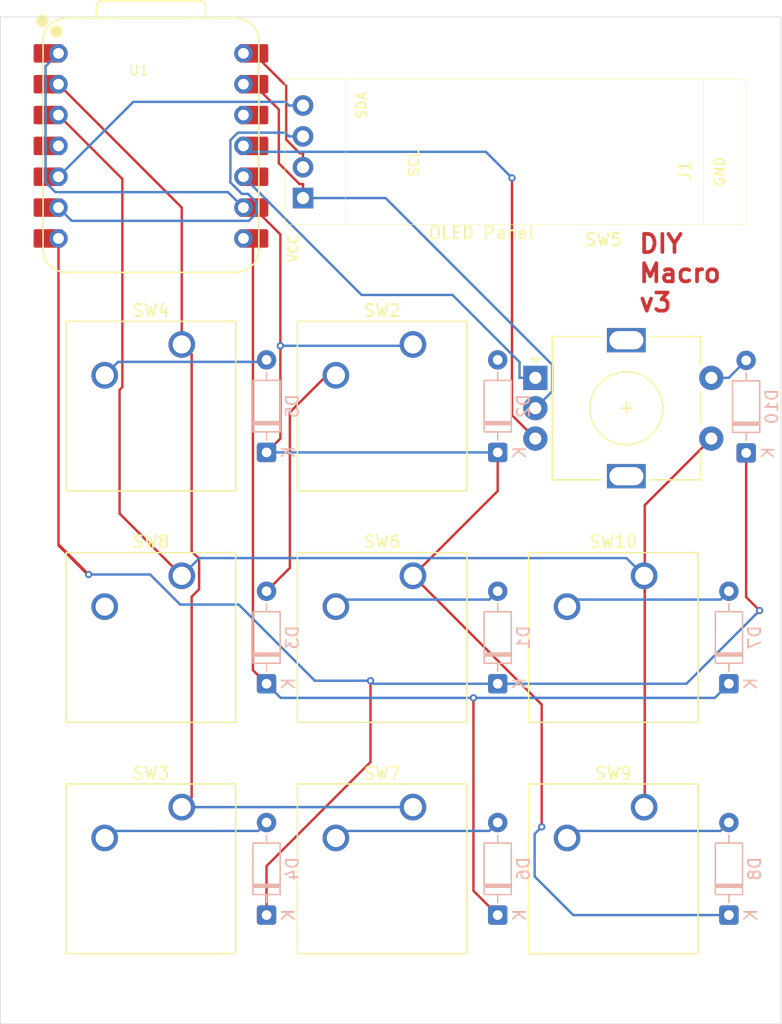
<source format=kicad_pcb>
(kicad_pcb (version 20241229) (generator "pcbnew") (generator_version "9.0")
  (layers (0 "F.Cu" signal) (2 "B.Cu" signal) (13 "F.Paste" user) (15 "B.Paste" user) (5 "F.SilkS" user "F.Silkscreen") (7 "B.SilkS" user "B.Silkscreen") (1 "F.Mask" user) (3 "B.Mask" user) (25 "Edge.Cuts" user))
  (net 0 "")
  (net 1 "+5V")
  (net 2 "GND")
  (net 3 "unconnected-(U1-3V3-Pad12)")
  (net 4 "Net-(D1-A)")
  (net 5 "unconnected-(U1-GPIO29{slash}ADC3{slash}A3-Pad4)")
  (net 6 "Net-(D2-A)")
  (net 7 "Col 0")
  (net 8 "Net-(D3-A)")
  (net 9 "Row 2")
  (net 10 "Net-(D4-A)")
  (net 11 "Net-(D5-A)")
  (net 12 "Net-(D6-A)")
  (net 13 "Net-(D7-A)")
  (net 14 "Net-(D8-A)")
  (net 15 "Net-(D9-A)")
  (net 16 "Rot S2")
  (net 17 "SCL")
  (net 18 "SDA")
  (net 19 "Col 1")
  (net 20 "SW1 A")
  (net 21 "SW1 B")
  (net 22 "Col 2")
  (net 23 "Row 0")
  (footprint "OPL:MX_KeySwitch 3D" (layer "F.Cu") (at 123.9838 71.12)
    (property "Reference" "SW4" (at -2.54 -2.794 0) (layer "F.SilkS"))
    (property "Value" "Key")
    (fp_line (start -9.525 -1.905) (end 4.445 -1.905) (stroke (width 0.12)) (layer "F.SilkS"))
    (fp_line (start -9.525 12.065) (end -9.525 -1.905) (stroke (width 0.12)) (layer "F.SilkS"))
    (fp_line (start 4.445 -1.905) (end 4.445 12.065) (stroke (width 0.12)) (layer "F.SilkS"))
    (fp_line (start 4.445 12.065) (end -9.525 12.065) (stroke (width 0.12)) (layer "F.SilkS"))
    (pad "" np_thru_hole circle (at -7.62 5.08) (size 1.7 1.7) (drill 1.7) (layers "*.Cu" "*.Mask"))
    (pad "" np_thru_hole circle (at -2.54 5.08) (size 4 4) (drill 4) (layers "*.Cu" "*.Mask"))
    (pad "" np_thru_hole circle (at 2.54 5.08) (size 1.7 1.7) (drill 1.7) (layers "*.Cu" "*.Mask"))
    (pad "1" thru_hole circle (at 0 0) (size 2.2 2.2) (drill 1.5) (layers "*.Cu" "*.Mask") (net 19 "Col 1"))
    (pad "2" thru_hole circle (at -6.35 2.54) (size 2.2 2.2) (drill 1.5) (layers "*.Cu" "*.Mask") (net 11 "Net-(D5-A)"))
  )
  (footprint "OPL:MX_KeySwitch 3D" (layer "F.Cu") (at 143.0338 109.22)
    (property "Reference" "SW7" (at -2.54 -2.794 0) (layer "F.SilkS"))
    (property "Value" "SW_Push_45deg")
    (fp_line (start -9.525 -1.905) (end 4.445 -1.905) (stroke (width 0.12)) (layer "F.SilkS"))
    (fp_line (start -9.525 12.065) (end -9.525 -1.905) (stroke (width 0.12)) (layer "F.SilkS"))
    (fp_line (start 4.445 -1.905) (end 4.445 12.065) (stroke (width 0.12)) (layer "F.SilkS"))
    (fp_line (start 4.445 12.065) (end -9.525 12.065) (stroke (width 0.12)) (layer "F.SilkS"))
    (pad "" np_thru_hole circle (at -7.62 5.08) (size 1.7 1.7) (drill 1.7) (layers "*.Cu" "*.Mask"))
    (pad "" np_thru_hole circle (at -2.54 5.08) (size 4 4) (drill 4) (layers "*.Cu" "*.Mask"))
    (pad "" np_thru_hole circle (at 2.54 5.08) (size 1.7 1.7) (drill 1.7) (layers "*.Cu" "*.Mask"))
    (pad "1" thru_hole circle (at 0 0) (size 2.2 2.2) (drill 1.5) (layers "*.Cu" "*.Mask") (net 19 "Col 1"))
    (pad "2" thru_hole circle (at -6.35 2.54) (size 2.2 2.2) (drill 1.5) (layers "*.Cu" "*.Mask") (net 12 "Net-(D6-A)"))
  )
  (footprint "OPL:MX_KeySwitch 3D" (layer "F.Cu") (at 123.9838 90.17)
    (property "Reference" "SW8" (at -2.54 -2.794 0) (layer "F.SilkS"))
    (property "Value" "Key")
    (fp_line (start -9.525 -1.905) (end 4.445 -1.905) (stroke (width 0.12)) (layer "F.SilkS"))
    (fp_line (start -9.525 12.065) (end -9.525 -1.905) (stroke (width 0.12)) (layer "F.SilkS"))
    (fp_line (start 4.445 -1.905) (end 4.445 12.065) (stroke (width 0.12)) (layer "F.SilkS"))
    (fp_line (start 4.445 12.065) (end -9.525 12.065) (stroke (width 0.12)) (layer "F.SilkS"))
    (pad "" np_thru_hole circle (at -7.62 5.08) (size 1.7 1.7) (drill 1.7) (layers "*.Cu" "*.Mask"))
    (pad "" np_thru_hole circle (at -2.54 5.08) (size 4 4) (drill 4) (layers "*.Cu" "*.Mask"))
    (pad "" np_thru_hole circle (at 2.54 5.08) (size 1.7 1.7) (drill 1.7) (layers "*.Cu" "*.Mask"))
    (pad "1" thru_hole circle (at 0 0) (size 2.2 2.2) (drill 1.5) (layers "*.Cu" "*.Mask") (net 22 "Col 2"))
    (pad "2" thru_hole circle (at -6.35 2.54) (size 2.2 2.2) (drill 1.5) (layers "*.Cu" "*.Mask") (net 15 "Net-(D9-A)"))
  )
  (footprint "Rot_encoder:RotaryEncoder_Alps_EC11E-Switch_Vertical_H20mm" (layer "F.Cu") (at 153.12 73.87)
    (property "Reference" "SW5" (at 5.6025 -11.38 0) (layer "F.SilkS"))
    (property "Value" "RotaryEncoder_Switch")
    (fp_line (start -0.3 -1.6) (end 0.3 -1.6) (stroke (width 0.12)) (layer "F.SilkS"))
    (fp_line (start 0 -1.3) (end -0.3 -1.6) (stroke (width 0.12)) (layer "F.SilkS"))
    (fp_line (start 0.3 -1.6) (end 0 -1.3) (stroke (width 0.12)) (layer "F.SilkS"))
    (fp_line (start 1.4 -3.4) (end 1.4 8.4) (stroke (width 0.12)) (layer "F.SilkS"))
    (fp_line (start 5.5 -3.4) (end 1.4 -3.4) (stroke (width 0.12)) (layer "F.SilkS"))
    (fp_line (start 5.5 8.4) (end 1.4 8.4) (stroke (width 0.12)) (layer "F.SilkS"))
    (fp_line (start 7 2.5) (end 8 2.5) (stroke (width 0.12)) (layer "F.SilkS"))
    (fp_line (start 7.5 2) (end 7.5 3) (stroke (width 0.12)) (layer "F.SilkS"))
    (fp_line (start 9.5 -3.4) (end 13.6 -3.4) (stroke (width 0.12)) (layer "F.SilkS"))
    (fp_line (start 13.6 -3.4) (end 13.6 -1) (stroke (width 0.12)) (layer "F.SilkS"))
    (fp_line (start 13.6 1.2) (end 13.6 3.8) (stroke (width 0.12)) (layer "F.SilkS"))
    (fp_line (start 13.6 6) (end 13.6 8.4) (stroke (width 0.12)) (layer "F.SilkS"))
    (fp_line (start 13.6 8.4) (end 9.5 8.4) (stroke (width 0.12)) (layer "F.SilkS"))
    (fp_circle (center 7.5 2.5) (end 10.5 2.5) (stroke (width 0.12)) (fill no) (layer "F.SilkS"))
    (pad "A" thru_hole rect (at 0 0) (size 2 2) (drill 1) (layers "*.Cu" "*.Mask") (net 20 "SW1 A"))
    (pad "B" thru_hole circle (at 0 5) (size 2 2) (drill 1) (layers "*.Cu" "*.Mask") (net 21 "SW1 B"))
    (pad "C" thru_hole circle (at 0 2.5) (size 2 2) (drill 1) (layers "*.Cu" "*.Mask") (net 2 "GND"))
    (pad "MP" thru_hole rect (at 7.5 -3.1) (size 3.2 2) (drill oval 2.8 1.5) (layers "*.Cu" "*.Mask"))
    (pad "MP" thru_hole rect (at 7.5 8.1) (size 3.2 2) (drill oval 2.8 1.5) (layers "*.Cu" "*.Mask"))
    (pad "S1" thru_hole circle (at 14.5 5) (size 2 2) (drill 1) (layers "*.Cu" "*.Mask") (net 22 "Col 2"))
    (pad "S2" thru_hole circle (at 14.5 0) (size 2 2) (drill 1) (layers "*.Cu" "*.Mask") (net 16 "Rot S2"))
  )
  (footprint "OPL:MX_KeySwitch 3D" (layer "F.Cu") (at 162.0838 109.22)
    (property "Reference" "SW9" (at -2.54 -2.794 0) (layer "F.SilkS"))
    (property "Value" "Key")
    (fp_line (start -9.525 -1.905) (end 4.445 -1.905) (stroke (width 0.12)) (layer "F.SilkS"))
    (fp_line (start -9.525 12.065) (end -9.525 -1.905) (stroke (width 0.12)) (layer "F.SilkS"))
    (fp_line (start 4.445 -1.905) (end 4.445 12.065) (stroke (width 0.12)) (layer "F.SilkS"))
    (fp_line (start 4.445 12.065) (end -9.525 12.065) (stroke (width 0.12)) (layer "F.SilkS"))
    (pad "" np_thru_hole circle (at -7.62 5.08) (size 1.7 1.7) (drill 1.7) (layers "*.Cu" "*.Mask"))
    (pad "" np_thru_hole circle (at -2.54 5.08) (size 4 4) (drill 4) (layers "*.Cu" "*.Mask"))
    (pad "" np_thru_hole circle (at 2.54 5.08) (size 1.7 1.7) (drill 1.7) (layers "*.Cu" "*.Mask"))
    (pad "1" thru_hole circle (at 0 0) (size 2.2 2.2) (drill 1.5) (layers "*.Cu" "*.Mask") (net 22 "Col 2"))
    (pad "2" thru_hole circle (at -6.35 2.54) (size 2.2 2.2) (drill 1.5) (layers "*.Cu" "*.Mask") (net 14 "Net-(D8-A)"))
  )
  (footprint "OPL:MX_KeySwitch 3D" (layer "F.Cu") (at 162.0838 90.17)
    (property "Reference" "SW10" (at -2.54 -2.794 0) (layer "F.SilkS"))
    (property "Value" "SW_Push_45deg")
    (fp_line (start -9.525 -1.905) (end 4.445 -1.905) (stroke (width 0.12)) (layer "F.SilkS"))
    (fp_line (start -9.525 12.065) (end -9.525 -1.905) (stroke (width 0.12)) (layer "F.SilkS"))
    (fp_line (start 4.445 -1.905) (end 4.445 12.065) (stroke (width 0.12)) (layer "F.SilkS"))
    (fp_line (start 4.445 12.065) (end -9.525 12.065) (stroke (width 0.12)) (layer "F.SilkS"))
    (pad "" np_thru_hole circle (at -7.62 5.08) (size 1.7 1.7) (drill 1.7) (layers "*.Cu" "*.Mask"))
    (pad "" np_thru_hole circle (at -2.54 5.08) (size 4 4) (drill 4) (layers "*.Cu" "*.Mask"))
    (pad "" np_thru_hole circle (at 2.54 5.08) (size 1.7 1.7) (drill 1.7) (layers "*.Cu" "*.Mask"))
    (pad "1" thru_hole circle (at 0 0) (size 2.2 2.2) (drill 1.5) (layers "*.Cu" "*.Mask") (net 22 "Col 2"))
    (pad "2" thru_hole circle (at -6.35 2.54) (size 2.2 2.2) (drill 1.5) (layers "*.Cu" "*.Mask") (net 13 "Net-(D7-A)"))
  )
  (footprint "Oled_screen:SSD1306-0.91-OLED-4pin-128x32" (layer "F.Cu") (at 170.475 61.255 180)
    (property "Reference" "J1" (at 5.02 4.44625 90) (layer "F.SilkS"))
    (property "Value" "Conn_01x04")
    (fp_line (start 38 12) (end 38 0) (stroke (width 0.04)) (layer "F.SilkS"))
    (fp_line (start 38 0) (end 0 0) (stroke (width 0.04)) (layer "F.SilkS"))
    (fp_line (start 33 0) (end 33 12) (stroke (width 0.04)) (layer "F.SilkS"))
    (fp_line (start 3.5 0) (end 3.5 12) (stroke (width 0.04)) (layer "F.SilkS"))
    (fp_line (start 0 12) (end 38 12) (stroke (width 0.04)) (layer "F.SilkS"))
    (fp_line (start 0 0) (end 0 12) (stroke (width 0.04)) (layer "F.SilkS"))
    (fp_text user "OLED Panel" (at 21.8025 -0.68 0) (layer "F.SilkS"))
    (fp_text user "SCL" (at 27.35625 5.05625 90) (layer "F.SilkS") (effects (font (size 0.8 0.8))))
    (fp_text user "SDA" (at 31.68 9.81 90) (layer "F.SilkS") (effects (font (size 0.8 0.8))))
    (fp_text user "VCC" (at 37.3025 -1.95 90) (layer "F.SilkS") (effects (font (size 0.8 0.8))))
    (fp_text user "GND" (at 2.17 4.36625 90) (layer "F.SilkS") (effects (font (size 0.8 0.8))))
    (pad "1" thru_hole rect (at 36.5 2.19 180) (size 1.7 1.7) (drill 1) (layers "*.Cu" "*.Mask") (net 2 "GND"))
    (pad "2" thru_hole oval (at 36.5 4.73 180) (size 1.7 1.7) (drill 1) (layers "*.Cu" "*.Mask") (net 1 "+5V"))
    (pad "3" thru_hole oval (at 36.5 7.27 180) (size 1.7 1.7) (drill 1) (layers "*.Cu" "*.Mask") (net 17 "SCL"))
    (pad "4" thru_hole oval (at 36.5 9.81 180) (size 1.7 1.7) (drill 1) (layers "*.Cu" "*.Mask") (net 18 "SDA"))
  )
  (footprint "OPL:MX_KeySwitch 3D" (layer "F.Cu") (at 143.0338 90.17)
    (property "Reference" "SW6" (at -2.54 -2.794 0) (layer "F.SilkS"))
    (property "Value" "Key")
    (fp_line (start -9.525 -1.905) (end 4.445 -1.905) (stroke (width 0.12)) (layer "F.SilkS"))
    (fp_line (start -9.525 12.065) (end -9.525 -1.905) (stroke (width 0.12)) (layer "F.SilkS"))
    (fp_line (start 4.445 -1.905) (end 4.445 12.065) (stroke (width 0.12)) (layer "F.SilkS"))
    (fp_line (start 4.445 12.065) (end -9.525 12.065) (stroke (width 0.12)) (layer "F.SilkS"))
    (pad "" np_thru_hole circle (at -7.62 5.08) (size 1.7 1.7) (drill 1.7) (layers "*.Cu" "*.Mask"))
    (pad "" np_thru_hole circle (at -2.54 5.08) (size 4 4) (drill 4) (layers "*.Cu" "*.Mask"))
    (pad "" np_thru_hole circle (at 2.54 5.08) (size 1.7 1.7) (drill 1.7) (layers "*.Cu" "*.Mask"))
    (pad "1" thru_hole circle (at 0 0) (size 2.2 2.2) (drill 1.5) (layers "*.Cu" "*.Mask") (net 7 "Col 0"))
    (pad "2" thru_hole circle (at -6.35 2.54) (size 2.2 2.2) (drill 1.5) (layers "*.Cu" "*.Mask") (net 4 "Net-(D1-A)"))
  )
  (footprint "OPL:MX_KeySwitch 3D" (layer "F.Cu") (at 123.9838 109.22)
    (property "Reference" "SW3" (at -2.54 -2.794 0) (layer "F.SilkS"))
    (property "Value" "Key")
    (fp_line (start -9.525 -1.905) (end 4.445 -1.905) (stroke (width 0.12)) (layer "F.SilkS"))
    (fp_line (start -9.525 12.065) (end -9.525 -1.905) (stroke (width 0.12)) (layer "F.SilkS"))
    (fp_line (start 4.445 -1.905) (end 4.445 12.065) (stroke (width 0.12)) (layer "F.SilkS"))
    (fp_line (start 4.445 12.065) (end -9.525 12.065) (stroke (width 0.12)) (layer "F.SilkS"))
    (pad "" np_thru_hole circle (at -7.62 5.08) (size 1.7 1.7) (drill 1.7) (layers "*.Cu" "*.Mask"))
    (pad "" np_thru_hole circle (at -2.54 5.08) (size 4 4) (drill 4) (layers "*.Cu" "*.Mask"))
    (pad "" np_thru_hole circle (at 2.54 5.08) (size 1.7 1.7) (drill 1.7) (layers "*.Cu" "*.Mask"))
    (pad "1" thru_hole circle (at 0 0) (size 2.2 2.2) (drill 1.5) (layers "*.Cu" "*.Mask") (net 19 "Col 1"))
    (pad "2" thru_hole circle (at -6.35 2.54) (size 2.2 2.2) (drill 1.5) (layers "*.Cu" "*.Mask") (net 10 "Net-(D4-A)"))
  )
  (footprint "OPL:XIAO-RP2040-DIP" (layer "F.Cu") (at 121.4438 54.7687)
    (property "Reference" "U1" (at -1.00375 -6.20875 0) (layer "F.SilkS") (effects (font (size 0.8 0.8) (thickness 0.1016))))
    (property "Value" "XIAO-RP2040-DIP")
    (fp_line (start -8.89 8.509) (end -8.89 -8.636) (stroke (width 0.127)) (layer "F.SilkS"))
    (fp_line (start -6.985 10.414) (end 6.985 10.414) (stroke (width 0.127)) (layer "F.SilkS"))
    (fp_line (start -4.495 -10.541) (end -4.491272 -11.451272) (stroke (width 0.127)) (layer "F.SilkS"))
    (fp_line (start -3.991272 -11.951) (end 4.004 -11.951) (stroke (width 0.127)) (layer "F.SilkS"))
    (fp_line (start 4.504 -11.451) (end 4.504 -10.541) (stroke (width 0.127)) (layer "F.SilkS"))
    (fp_line (start 6.985 -10.541) (end -6.985 -10.541) (stroke (width 0.1)) (layer "F.SilkS"))
    (fp_line (start 6.985 -10.541) (end -6.985 -10.541) (stroke (width 0.127)) (layer "F.SilkS"))
    (fp_line (start 8.89 8.509) (end 8.89 -8.636) (stroke (width 0.127)) (layer "F.SilkS"))
    (fp_arc (start -8.89 -8.636) (mid -8.332038 -9.983038) (end -6.985 -10.541) (stroke (width 0.127)) (layer "F.SilkS"))
    (fp_arc (start -6.985 10.414) (mid -8.332038 9.856038) (end -8.89 8.509) (stroke (width 0.127)) (layer "F.SilkS"))
    (fp_arc (start -4.491272 -11.451272) (mid -4.344728 -11.80464) (end -3.991272 -11.951) (stroke (width 0.127)) (layer "F.SilkS"))
    (fp_arc (start 4.004 -11.951) (mid 4.357553 -11.804553) (end 4.504 -11.451) (stroke (width 0.127)) (layer "F.SilkS"))
    (fp_arc (start 6.985 -10.541) (mid 8.332038 -9.983038) (end 8.89 -8.636) (stroke (width 0.127)) (layer "F.SilkS"))
    (fp_arc (start 8.89 8.509) (mid 8.332038 9.856038) (end 6.985 10.414) (stroke (width 0.127)) (layer "F.SilkS"))
    (fp_circle (center -8.95 -10.3) (end -8.95 -10.554) (stroke (width 0.5)) (fill yes) (layer "F.SilkS"))
    (fp_circle (center -7.807 -9.42) (end -7.807 -9.674) (stroke (width 0.5)) (fill yes) (layer "F.SilkS"))
    (pad "1" smd roundrect (at -8.455 -7.62 180) (size 2.432 1.524) (layers "F.Cu" "F.Mask") (roundrect_rratio 0.1) (net 7 "Col 0"))
    (pad "1" thru_hole circle (at -7.62 -7.62 180) (size 1.524 1.524) (drill 0.889) (layers "*.Cu" "*.Mask") (net 7 "Col 0"))
    (pad "2" smd roundrect (at -8.455 -5.08 180) (size 2.432 1.524) (layers "F.Cu" "F.Mask") (roundrect_rratio 0.1) (net 19 "Col 1"))
    (pad "2" thru_hole circle (at -7.62 -5.08 180) (size 1.524 1.524) (drill 0.889) (layers "*.Cu" "*.Mask") (net 19 "Col 1"))
    (pad "3" smd roundrect (at -8.455 -2.54 180) (size 2.432 1.524) (layers "F.Cu" "F.Mask") (roundrect_rratio 0.1) (net 22 "Col 2"))
    (pad "3" thru_hole circle (at -7.62 -2.54 180) (size 1.524 1.524) (drill 0.889) (layers "*.Cu" "*.Mask") (net 22 "Col 2"))
    (pad "4" smd roundrect (at -8.455 0 180) (size 2.432 1.524) (layers "F.Cu" "F.Mask") (roundrect_rratio 0.1) (net 5 "unconnected-(U1-GPIO29{slash}ADC3{slash}A3-Pad4)"))
    (pad "4" thru_hole circle (at -7.62 0 180) (size 1.524 1.524) (drill 0.889) (layers "*.Cu" "*.Mask") (net 5 "unconnected-(U1-GPIO29{slash}ADC3{slash}A3-Pad4)"))
    (pad "5" smd roundrect (at -8.455 2.54 180) (size 2.432 1.524) (layers "F.Cu" "F.Mask") (roundrect_rratio 0.1) (net 18 "SDA"))
    (pad "5" thru_hole circle (at -7.62 2.54 180) (size 1.524 1.524) (drill 0.889) (layers "*.Cu" "*.Mask") (net 18 "SDA"))
    (pad "6" smd roundrect (at -8.455 5.08 180) (size 2.432 1.524) (layers "F.Cu" "F.Mask") (roundrect_rratio 0.1) (net 17 "SCL"))
    (pad "6" thru_hole circle (at -7.62 5.08 180) (size 1.524 1.524) (drill 0.889) (layers "*.Cu" "*.Mask") (net 17 "SCL"))
    (pad "7" smd roundrect (at -8.455 7.62 180) (size 2.432 1.524) (layers "F.Cu" "F.Mask") (roundrect_rratio 0.1) (net 23 "Row 0"))
    (pad "7" thru_hole circle (at -7.62 7.62 180) (size 1.524 1.524) (drill 0.889) (layers "*.Cu" "*.Mask") (net 23 "Row 0"))
    (pad "8" thru_hole circle (at 7.62 7.62) (size 1.524 1.524) (drill 0.889) (layers "*.Cu" "*.Mask") (net 9 "Row 2"))
    (pad "8" smd roundrect (at 8.455 7.62) (size 2.432 1.524) (layers "F.Cu" "F.Mask") (roundrect_rratio 0.1) (net 9 "Row 2"))
    (pad "9" thru_hole circle (at 7.62 5.08) (size 1.524 1.524) (drill 0.889) (layers "*.Cu" "*.Mask") (net 7 "Col 0"))
    (pad "9" smd roundrect (at 8.455 5.08) (size 2.432 1.524) (layers "F.Cu" "F.Mask") (roundrect_rratio 0.1) (net 7 "Col 0"))
    (pad "10" thru_hole circle (at 7.62 2.54) (size 1.524 1.524) (drill 0.889) (layers "*.Cu" "*.Mask") (net 20 "SW1 A"))
    (pad "10" smd roundrect (at 8.455 2.54) (size 2.432 1.524) (layers "F.Cu" "F.Mask") (roundrect_rratio 0.1) (net 20 "SW1 A"))
    (pad "11" thru_hole circle (at 7.62 0) (size 1.524 1.524) (drill 0.889) (layers "*.Cu" "*.Mask") (net 21 "SW1 B"))
    (pad "11" smd roundrect (at 8.455 0) (size 2.432 1.524) (layers "F.Cu" "F.Mask") (roundrect_rratio 0.1) (net 21 "SW1 B"))
    (pad "12" thru_hole circle (at 7.62 -2.54) (size 1.524 1.524) (drill 0.889) (layers "*.Cu" "*.Mask") (net 3 "unconnected-(U1-3V3-Pad12)"))
    (pad "12" smd roundrect (at 8.455 -2.54) (size 2.432 1.524) (layers "F.Cu" "F.Mask") (roundrect_rratio 0.1) (net 3 "unconnected-(U1-3V3-Pad12)"))
    (pad "13" thru_hole circle (at 7.62 -5.08) (size 1.524 1.524) (drill 0.889) (layers "*.Cu" "*.Mask") (net 2 "GND"))
    (pad "13" smd roundrect (at 8.455 -5.08) (size 2.432 1.524) (layers "F.Cu" "F.Mask") (roundrect_rratio 0.1) (net 2 "GND"))
    (pad "14" thru_hole circle (at 7.62 -7.62) (size 1.524 1.524) (drill 0.889) (layers "*.Cu" "*.Mask") (net 1 "+5V"))
    (pad "14" smd roundrect (at 8.455 -7.62) (size 2.432 1.524) (layers "F.Cu" "F.Mask") (roundrect_rratio 0.1) (net 1 "+5V"))
  )
  (footprint "OPL:MX_KeySwitch 3D" (layer "F.Cu") (at 143.0338 71.12)
    (property "Reference" "SW2" (at -2.54 -2.794 0) (layer "F.SilkS"))
    (property "Value" "SW_Push_45deg")
    (fp_line (start -9.525 -1.905) (end 4.445 -1.905) (stroke (width 0.12)) (layer "F.SilkS"))
    (fp_line (start -9.525 12.065) (end -9.525 -1.905) (stroke (width 0.12)) (layer "F.SilkS"))
    (fp_line (start 4.445 -1.905) (end 4.445 12.065) (stroke (width 0.12)) (layer "F.SilkS"))
    (fp_line (start 4.445 12.065) (end -9.525 12.065) (stroke (width 0.12)) (layer "F.SilkS"))
    (pad "" np_thru_hole circle (at -7.62 5.08) (size 1.7 1.7) (drill 1.7) (layers "*.Cu" "*.Mask"))
    (pad "" np_thru_hole circle (at -2.54 5.08) (size 4 4) (drill 4) (layers "*.Cu" "*.Mask"))
    (pad "" np_thru_hole circle (at 2.54 5.08) (size 1.7 1.7) (drill 1.7) (layers "*.Cu" "*.Mask"))
    (pad "1" thru_hole circle (at 0 0) (size 2.2 2.2) (drill 1.5) (layers "*.Cu" "*.Mask") (net 7 "Col 0"))
    (pad "2" thru_hole circle (at -6.35 2.54) (size 2.2 2.2) (drill 1.5) (layers "*.Cu" "*.Mask") (net 8 "Net-(D3-A)"))
  )
  (footprint "Diode_THT:D_DO-35_SOD27_P7.62mm_Horizontal" (layer "B.Cu") (at 169.0688 99.06 90)
    (property "Reference" "D7" (at 3.81 2.12 90) (layer "B.SilkS") (effects (justify mirror)))
    (property "Value" "1N4148")
    (fp_line (start 6.58 0) (end 5.93 0) (stroke (width 0.12)) (layer "B.SilkS"))
    (fp_line (start 1.04 0) (end 1.69 0) (stroke (width 0.12)) (layer "B.SilkS"))
    (fp_line (start 2.53 1.12) (end 2.53 -1.12) (stroke (width 0.12)) (layer "B.SilkS"))
    (fp_line (start 2.41 1.12) (end 2.41 -1.12) (stroke (width 0.12)) (layer "B.SilkS"))
    (fp_line (start 2.29 1.12) (end 2.29 -1.12) (stroke (width 0.12)) (layer "B.SilkS"))
    (fp_rect (start 1.69 1.12) (end 5.93 -1.12) (stroke (width 0.12)) (fill no) (layer "B.SilkS"))
    (fp_text user "K" (at 0 1.8 90) (layer "B.SilkS") (effects (justify mirror)))
    (pad "1" thru_hole roundrect (at 0 0 90) (size 1.6 1.6) (drill 0.8) (layers "*.Cu" "*.Mask") (roundrect_rratio 0.15625) (net 9 "Row 2"))
    (pad "2" thru_hole circle (at 7.62 0 90) (size 1.6 1.6) (drill 0.8) (layers "*.Cu" "*.Mask") (net 13 "Net-(D7-A)"))
  )
  (footprint "Diode_THT:D_DO-35_SOD27_P7.62mm_Horizontal" (layer "B.Cu") (at 150.0188 118.11 90)
    (property "Reference" "D6" (at 3.81 2.12 90) (layer "B.SilkS") (effects (justify mirror)))
    (property "Value" "1N4148")
    (fp_line (start 6.58 0) (end 5.93 0) (stroke (width 0.12)) (layer "B.SilkS"))
    (fp_line (start 1.04 0) (end 1.69 0) (stroke (width 0.12)) (layer "B.SilkS"))
    (fp_line (start 2.53 1.12) (end 2.53 -1.12) (stroke (width 0.12)) (layer "B.SilkS"))
    (fp_line (start 2.41 1.12) (end 2.41 -1.12) (stroke (width 0.12)) (layer "B.SilkS"))
    (fp_line (start 2.29 1.12) (end 2.29 -1.12) (stroke (width 0.12)) (layer "B.SilkS"))
    (fp_rect (start 1.69 1.12) (end 5.93 -1.12) (stroke (width 0.12)) (fill no) (layer "B.SilkS"))
    (fp_text user "K" (at 0 1.8 90) (layer "B.SilkS") (effects (justify mirror)))
    (pad "1" thru_hole roundrect (at 0 0 90) (size 1.6 1.6) (drill 0.8) (layers "*.Cu" "*.Mask") (roundrect_rratio 0.15625) (net 9 "Row 2"))
    (pad "2" thru_hole circle (at 7.62 0 90) (size 1.6 1.6) (drill 0.8) (layers "*.Cu" "*.Mask") (net 12 "Net-(D6-A)"))
  )
  (footprint "Diode_THT:D_DO-35_SOD27_P7.62mm_Horizontal" (layer "B.Cu") (at 130.9688 99.06 90)
    (property "Reference" "D3" (at 3.81 2.12 90) (layer "B.SilkS") (effects (justify mirror)))
    (property "Value" "1N4148")
    (fp_line (start 6.58 0) (end 5.93 0) (stroke (width 0.12)) (layer "B.SilkS"))
    (fp_line (start 1.04 0) (end 1.69 0) (stroke (width 0.12)) (layer "B.SilkS"))
    (fp_line (start 2.53 1.12) (end 2.53 -1.12) (stroke (width 0.12)) (layer "B.SilkS"))
    (fp_line (start 2.41 1.12) (end 2.41 -1.12) (stroke (width 0.12)) (layer "B.SilkS"))
    (fp_line (start 2.29 1.12) (end 2.29 -1.12) (stroke (width 0.12)) (layer "B.SilkS"))
    (fp_rect (start 1.69 1.12) (end 5.93 -1.12) (stroke (width 0.12)) (fill no) (layer "B.SilkS"))
    (fp_text user "K" (at 0 1.8 90) (layer "B.SilkS") (effects (justify mirror)))
    (pad "1" thru_hole roundrect (at 0 0 90) (size 1.6 1.6) (drill 0.8) (layers "*.Cu" "*.Mask") (roundrect_rratio 0.15625) (net 9 "Row 2"))
    (pad "2" thru_hole circle (at 7.62 0 90) (size 1.6 1.6) (drill 0.8) (layers "*.Cu" "*.Mask") (net 8 "Net-(D3-A)"))
  )
  (footprint "Diode_THT:D_DO-35_SOD27_P7.62mm_Horizontal" (layer "B.Cu") (at 150.0188 99.06 90)
    (property "Reference" "D1" (at 3.81 2.12 90) (layer "B.SilkS") (effects (justify mirror)))
    (property "Value" "1N4148")
    (fp_line (start 6.58 0) (end 5.93 0) (stroke (width 0.12)) (layer "B.SilkS"))
    (fp_line (start 1.04 0) (end 1.69 0) (stroke (width 0.12)) (layer "B.SilkS"))
    (fp_line (start 2.53 1.12) (end 2.53 -1.12) (stroke (width 0.12)) (layer "B.SilkS"))
    (fp_line (start 2.41 1.12) (end 2.41 -1.12) (stroke (width 0.12)) (layer "B.SilkS"))
    (fp_line (start 2.29 1.12) (end 2.29 -1.12) (stroke (width 0.12)) (layer "B.SilkS"))
    (fp_rect (start 1.69 1.12) (end 5.93 -1.12) (stroke (width 0.12)) (fill no) (layer "B.SilkS"))
    (fp_text user "K" (at 0 1.8 90) (layer "B.SilkS") (effects (justify mirror)))
    (pad "1" thru_hole roundrect (at 0 0 90) (size 1.6 1.6) (drill 0.8) (layers "*.Cu" "*.Mask") (roundrect_rratio 0.15625) (net 23 "Row 0"))
    (pad "2" thru_hole circle (at 7.62 0 90) (size 1.6 1.6) (drill 0.8) (layers "*.Cu" "*.Mask") (net 4 "Net-(D1-A)"))
  )
  (footprint "Diode_THT:D_DO-35_SOD27_P7.62mm_Horizontal" (layer "B.Cu") (at 130.9688 118.11 90)
    (property "Reference" "D4" (at 3.81 2.12 90) (layer "B.SilkS") (effects (justify mirror)))
    (property "Value" "1N4148")
    (fp_line (start 6.58 0) (end 5.93 0) (stroke (width 0.12)) (layer "B.SilkS"))
    (fp_line (start 1.04 0) (end 1.69 0) (stroke (width 0.12)) (layer "B.SilkS"))
    (fp_line (start 2.53 1.12) (end 2.53 -1.12) (stroke (width 0.12)) (layer "B.SilkS"))
    (fp_line (start 2.41 1.12) (end 2.41 -1.12) (stroke (width 0.12)) (layer "B.SilkS"))
    (fp_line (start 2.29 1.12) (end 2.29 -1.12) (stroke (width 0.12)) (layer "B.SilkS"))
    (fp_rect (start 1.69 1.12) (end 5.93 -1.12) (stroke (width 0.12)) (fill no) (layer "B.SilkS"))
    (fp_text user "K" (at 0 1.8 90) (layer "B.SilkS") (effects (justify mirror)))
    (pad "1" thru_hole roundrect (at 0 0 90) (size 1.6 1.6) (drill 0.8) (layers "*.Cu" "*.Mask") (roundrect_rratio 0.15625) (net 23 "Row 0"))
    (pad "2" thru_hole circle (at 7.62 0 90) (size 1.6 1.6) (drill 0.8) (layers "*.Cu" "*.Mask") (net 10 "Net-(D4-A)"))
  )
  (footprint "Diode_THT:D_DO-35_SOD27_P7.62mm_Horizontal" (layer "B.Cu") (at 130.9688 80.01 90)
    (property "Reference" "D5" (at 3.81 2.12 90) (layer "B.SilkS") (effects (justify mirror)))
    (property "Value" "1N4148")
    (fp_line (start 6.58 0) (end 5.93 0) (stroke (width 0.12)) (layer "B.SilkS"))
    (fp_line (start 1.04 0) (end 1.69 0) (stroke (width 0.12)) (layer "B.SilkS"))
    (fp_line (start 2.53 1.12) (end 2.53 -1.12) (stroke (width 0.12)) (layer "B.SilkS"))
    (fp_line (start 2.41 1.12) (end 2.41 -1.12) (stroke (width 0.12)) (layer "B.SilkS"))
    (fp_line (start 2.29 1.12) (end 2.29 -1.12) (stroke (width 0.12)) (layer "B.SilkS"))
    (fp_rect (start 1.69 1.12) (end 5.93 -1.12) (stroke (width 0.12)) (fill no) (layer "B.SilkS"))
    (fp_text user "K" (at 0 1.8 90) (layer "B.SilkS") (effects (justify mirror)))
    (pad "1" thru_hole roundrect (at 0 0 90) (size 1.6 1.6) (drill 0.8) (layers "*.Cu" "*.Mask") (roundrect_rratio 0.15625) (net 7 "Col 0"))
    (pad "2" thru_hole circle (at 7.62 0 90) (size 1.6 1.6) (drill 0.8) (layers "*.Cu" "*.Mask") (net 11 "Net-(D5-A)"))
  )
  (footprint "Diode_THT:D_DO-35_SOD27_P7.62mm_Horizontal" (layer "B.Cu") (at 169.0688 118.11 90)
    (property "Reference" "D8" (at 3.81 2.12 90) (layer "B.SilkS") (effects (justify mirror)))
    (property "Value" "1N4148")
    (fp_line (start 6.58 0) (end 5.93 0) (stroke (width 0.12)) (layer "B.SilkS"))
    (fp_line (start 1.04 0) (end 1.69 0) (stroke (width 0.12)) (layer "B.SilkS"))
    (fp_line (start 2.53 1.12) (end 2.53 -1.12) (stroke (width 0.12)) (layer "B.SilkS"))
    (fp_line (start 2.41 1.12) (end 2.41 -1.12) (stroke (width 0.12)) (layer "B.SilkS"))
    (fp_line (start 2.29 1.12) (end 2.29 -1.12) (stroke (width 0.12)) (layer "B.SilkS"))
    (fp_rect (start 1.69 1.12) (end 5.93 -1.12) (stroke (width 0.12)) (fill no) (layer "B.SilkS"))
    (fp_text user "K" (at 0 1.8 90) (layer "B.SilkS") (effects (justify mirror)))
    (pad "1" thru_hole roundrect (at 0 0 90) (size 1.6 1.6) (drill 0.8) (layers "*.Cu" "*.Mask") (roundrect_rratio 0.15625) (net 7 "Col 0"))
    (pad "2" thru_hole circle (at 7.62 0 90) (size 1.6 1.6) (drill 0.8) (layers "*.Cu" "*.Mask") (net 14 "Net-(D8-A)"))
  )
  (footprint "Diode_THT:D_DO-35_SOD27_P7.62mm_Horizontal" (layer "B.Cu") (at 170.49 80.05 90)
    (property "Reference" "D10" (at 3.81 2.12 90) (layer "B.SilkS") (effects (justify mirror)))
    (property "Value" "1N4148")
    (fp_line (start 6.58 0) (end 5.93 0) (stroke (width 0.12)) (layer "B.SilkS"))
    (fp_line (start 1.04 0) (end 1.69 0) (stroke (width 0.12)) (layer "B.SilkS"))
    (fp_line (start 2.53 1.12) (end 2.53 -1.12) (stroke (width 0.12)) (layer "B.SilkS"))
    (fp_line (start 2.41 1.12) (end 2.41 -1.12) (stroke (width 0.12)) (layer "B.SilkS"))
    (fp_line (start 2.29 1.12) (end 2.29 -1.12) (stroke (width 0.12)) (layer "B.SilkS"))
    (fp_rect (start 1.69 1.12) (end 5.93 -1.12) (stroke (width 0.12)) (fill no) (layer "B.SilkS"))
    (fp_text user "K" (at 0 1.8 90) (layer "B.SilkS") (effects (justify mirror)))
    (pad "1" thru_hole roundrect (at 0 0 90) (size 1.6 1.6) (drill 0.8) (layers "*.Cu" "*.Mask") (roundrect_rratio 0.15625) (net 23 "Row 0"))
    (pad "2" thru_hole circle (at 7.62 0 90) (size 1.6 1.6) (drill 0.8) (layers "*.Cu" "*.Mask") (net 16 "Rot S2"))
  )
  (footprint "Diode_THT:D_DO-35_SOD27_P7.62mm_Horizontal" (layer "B.Cu") (at 150.0188 80.01 90)
    (property "Reference" "D2" (at 3.81 2.12 90) (layer "B.SilkS") (effects (justify mirror)))
    (property "Value" "1N4148")
    (fp_line (start 6.58 0) (end 5.93 0) (stroke (width 0.12)) (layer "B.SilkS"))
    (fp_line (start 1.04 0) (end 1.69 0) (stroke (width 0.12)) (layer "B.SilkS"))
    (fp_line (start 2.53 1.12) (end 2.53 -1.12) (stroke (width 0.12)) (layer "B.SilkS"))
    (fp_line (start 2.41 1.12) (end 2.41 -1.12) (stroke (width 0.12)) (layer "B.SilkS"))
    (fp_line (start 2.29 1.12) (end 2.29 -1.12) (stroke (width 0.12)) (layer "B.SilkS"))
    (fp_rect (start 1.69 1.12) (end 5.93 -1.12) (stroke (width 0.12)) (fill no) (layer "B.SilkS"))
    (fp_text user "K" (at 0 1.8 90) (layer "B.SilkS") (effects (justify mirror)))
    (pad "1" thru_hole roundrect (at 0 0 90) (size 1.6 1.6) (drill 0.8) (layers "*.Cu" "*.Mask") (roundrect_rratio 0.15625) (net 7 "Col 0"))
    (pad "2" thru_hole circle (at 7.62 0 90) (size 1.6 1.6) (drill 0.8) (layers "*.Cu" "*.Mask") (net 6 "Net-(D2-A)"))
  )
  (gr_rect (start 109.03 44.15) (end 173.34875 127.07) (stroke (width 0.05)) (fill no) (layer "Edge.Cuts"))
  (gr_text "DIY\nMacro\nv3" (at 161.53 68.54 0) (layer "F.Cu") (effects (font (size 1.5 1.5) (thickness 0.3) (bold yes)) (justify left bottom)))
  (segment (start 132.5852 54.252) (end 133.7065 55.3733) (width 0.2) (layer "F.Cu") (net 1))
  (segment (start 129.8988 47.1487) (end 132.5852 49.8351) (width 0.2) (layer "F.Cu") (net 1))
  (segment (start 133.7065 55.3733) (end 133.975 55.3733) (width 0.2) (layer "F.Cu") (net 1))
  (segment (start 129.0638 47.1487) (end 129.8988 47.1487) (width 0.2) (layer "F.Cu") (net 1))
  (segment (start 132.5852 49.8351) (end 132.5852 54.252) (width 0.2) (layer "F.Cu") (net 1))
  (segment (start 133.975 56.525) (end 133.975 55.3733) (width 0.2) (layer "F.Cu") (net 1))
  (segment (start 133.6871 57.9133) (end 133.975 57.9133) (width 0.2) (layer "F.Cu") (net 2))
  (segment (start 129.0638 49.6887) (end 129.8988 49.6887) (width 0.2) (layer "F.Cu") (net 2))
  (segment (start 133.975 59.065) (end 133.975 57.9133) (width 0.2) (layer "F.Cu") (net 2))
  (segment (start 129.8988 49.6887) (end 131.9787 51.7686) (width 0.2) (layer "F.Cu") (net 2))
  (segment (start 131.9787 51.7686) (end 131.9787 56.2049) (width 0.2) (layer "F.Cu") (net 2))
  (segment (start 131.9787 56.2049) (end 133.6871 57.9133) (width 0.2) (layer "F.Cu") (net 2))
  (segment (start 154.5066 72.7875) (end 140.7841 59.065) (width 0.2) (layer "B.Cu") (net 2))
  (segment (start 140.7841 59.065) (end 133.975 59.065) (width 0.2) (layer "B.Cu") (net 2))
  (segment (start 153.12 76.37) (end 154.5066 74.9834) (width 0.2) (layer "B.Cu") (net 2))
  (segment (start 154.5066 74.9834) (end 154.5066 72.7875) (width 0.2) (layer "B.Cu") (net 2))
  (segment (start 129.8988 52.2287) (end 129.0638 52.2287) (width 0.2) (layer "F.Cu") (net 3))
  (segment (start 149.3288 92.13) (end 150.0188 91.44) (width 0.2) (layer "B.Cu") (net 4))
  (segment (start 137.2638 92.13) (end 149.3288 92.13) (width 0.2) (layer "B.Cu") (net 4))
  (segment (start 136.6838 92.71) (end 137.2638 92.13) (width 0.2) (layer "B.Cu") (net 4))
  (segment (start 112.9888 54.7687) (end 113.8238 54.7687) (width 0.2) (layer "F.Cu") (net 5))
  (segment (start 132.1094 71.2286) (end 132.1094 78.8694) (width 0.2) (layer "F.Cu") (net 7))
  (segment (start 132.1094 78.8694) (end 130.9688 80.01) (width 0.2) (layer "F.Cu") (net 7))
  (segment (start 150.0188 80.01) (end 150.0188 83.185) (width 0.2) (layer "F.Cu") (net 7))
  (segment (start 153.6429 100.7791) (end 143.0338 90.17) (width 0.2) (layer "F.Cu") (net 7))
  (segment (start 153.6429 110.8427) (end 153.6429 100.7791) (width 0.2) (layer "F.Cu") (net 7))
  (segment (start 132.1094 62.0593) (end 132.1094 71.2286) (width 0.2) (layer "F.Cu") (net 7))
  (segment (start 129.0638 59.8487) (end 129.8988 59.8487) (width 0.2) (layer "F.Cu") (net 7))
  (segment (start 129.8988 59.8487) (end 132.1094 62.0593) (width 0.2) (layer "F.Cu") (net 7))
  (segment (start 113.8238 47.1487) (end 112.9888 47.1487) (width 0.2) (layer "F.Cu") (net 7))
  (segment (start 150.0188 83.185) (end 143.0338 90.17) (width 0.2) (layer "F.Cu") (net 7))
  (via (at 153.6429 110.8427) (size 0.6) (drill 0.3) (layers "F.Cu" "B.Cu") (net 7))
  (via (at 132.1094 71.2286) (size 0.6) (drill 0.3) (layers "F.Cu" "B.Cu") (net 7))
  (segment (start 142.9252 71.2286) (end 143.0338 71.12) (width 0.2) (layer "B.Cu") (net 7))
  (segment (start 112.76 48.2125) (end 113.8238 47.1487) (width 0.2) (layer "B.Cu") (net 7))
  (segment (start 132.1094 71.2286) (end 142.9252 71.2286) (width 0.2) (layer "B.Cu") (net 7))
  (segment (start 169.0688 118.11) (end 156.2398 118.11) (width 0.2) (layer "B.Cu") (net 7))
  (segment (start 113.5721 58.5787) (end 112.76 57.7666) (width 0.2) (layer "B.Cu") (net 7))
  (segment (start 156.2398 118.11) (end 153.0621 114.9323) (width 0.2) (layer "B.Cu") (net 7))
  (segment (start 129.0638 59.8487) (end 127.7938 58.5787) (width 0.2) (layer "B.Cu") (net 7))
  (segment (start 153.0621 111.4235) (end 153.6429 110.8427) (width 0.2) (layer "B.Cu") (net 7))
  (segment (start 127.7938 58.5787) (end 113.5721 58.5787) (width 0.2) (layer "B.Cu") (net 7))
  (segment (start 153.0621 114.9323) (end 153.0621 111.4235) (width 0.2) (layer "B.Cu") (net 7))
  (segment (start 130.9688 80.01) (end 150.0188 80.01) (width 0.2) (layer "B.Cu") (net 7))
  (segment (start 112.76 57.7666) (end 112.76 48.2125) (width 0.2) (layer "B.Cu") (net 7))
  (segment (start 130.9688 91.44) (end 132.8898 89.519) (width 0.2) (layer "F.Cu") (net 8))
  (segment (start 132.8898 76.7075) (end 135.9373 73.66) (width 0.2) (layer "F.Cu") (net 8))
  (segment (start 135.9373 73.66) (end 136.6838 73.66) (width 0.2) (layer "F.Cu") (net 8))
  (segment (start 132.8898 89.519) (end 132.8898 76.7075) (width 0.2) (layer "F.Cu") (net 8))
  (segment (start 129.8466 62.3887) (end 129.8466 97.9378) (width 0.2) (layer "F.Cu") (net 9))
  (segment (start 129.0638 62.3887) (end 129.4813 62.3887) (width 0.2) (layer "F.Cu") (net 9))
  (segment (start 150.0188 118.11) (end 148.0201 116.1113) (width 0.2) (layer "F.Cu") (net 9))
  (segment (start 129.8466 97.9378) (end 130.9688 99.06) (width 0.2) (layer "F.Cu") (net 9))
  (segment (start 129.8466 62.3887) (end 129.8988 62.3887) (width 0.2) (layer "F.Cu") (net 9))
  (segment (start 129.4813 62.3887) (end 129.8466 62.3887) (width 0.2) (layer "F.Cu") (net 9))
  (segment (start 148.0201 116.1113) (end 148.0201 100.2232) (width 0.2) (layer "F.Cu") (net 9))
  (via (at 148.0201 100.2232) (size 0.6) (drill 0.3) (layers "F.Cu" "B.Cu") (net 9))
  (segment (start 132.132 100.2232) (end 130.9688 99.06) (width 0.2) (layer "B.Cu") (net 9))
  (segment (start 148.0201 100.2232) (end 132.132 100.2232) (width 0.2) (layer "B.Cu") (net 9))
  (segment (start 167.9056 100.2232) (end 148.0201 100.2232) (width 0.2) (layer "B.Cu") (net 9))
  (segment (start 169.0688 99.06) (end 167.9056 100.2232) (width 0.2) (layer "B.Cu") (net 9))
  (segment (start 118.2138 111.18) (end 130.2788 111.18) (width 0.2) (layer "B.Cu") (net 10))
  (segment (start 117.6338 111.76) (end 118.2138 111.18) (width 0.2) (layer "B.Cu") (net 10))
  (segment (start 130.2788 111.18) (end 130.9688 110.49) (width 0.2) (layer "B.Cu") (net 10))
  (segment (start 118.7421 72.5517) (end 117.6338 73.66) (width 0.2) (layer "B.Cu") (net 11))
  (segment (start 130.9688 72.39) (end 130.8071 72.5517) (width 0.2) (layer "B.Cu") (net 11))
  (segment (start 130.8071 72.5517) (end 118.7421 72.5517) (width 0.2) (layer "B.Cu") (net 11))
  (segment (start 136.6838 111.76) (end 137.2638 111.18) (width 0.2) (layer "B.Cu") (net 12))
  (segment (start 149.3288 111.18) (end 150.0188 110.49) (width 0.2) (layer "B.Cu") (net 12))
  (segment (start 137.2638 111.18) (end 149.3288 111.18) (width 0.2) (layer "B.Cu") (net 12))
  (segment (start 156.3138 92.13) (end 168.3788 92.13) (width 0.2) (layer "B.Cu") (net 13))
  (segment (start 168.3788 92.13) (end 169.0688 91.44) (width 0.2) (layer "B.Cu") (net 13))
  (segment (start 155.7338 92.71) (end 156.3138 92.13) (width 0.2) (layer "B.Cu") (net 13))
  (segment (start 155.7338 111.76) (end 156.3138 111.18) (width 0.2) (layer "B.Cu") (net 14))
  (segment (start 156.3138 111.18) (end 168.3788 111.18) (width 0.2) (layer "B.Cu") (net 14))
  (segment (start 168.3788 111.18) (end 169.0688 110.49) (width 0.2) (layer "B.Cu") (net 14))
  (segment (start 167.62 73.87) (end 169.05 73.87) (width 0.2) (layer "B.Cu") (net 16))
  (segment (start 169.05 73.87) (end 170.49 72.43) (width 0.2) (layer "B.Cu") (net 16))
  (segment (start 112.9888 59.8487) (end 113.8238 59.8487) (width 0.2) (layer "F.Cu") (net 17))
  (segment (start 130.1656 59.4461) (end 129.4398 58.7203) (width 0.2) (layer "B.Cu") (net 17))
  (segment (start 130.1656 60.2831) (end 130.1656 59.4461) (width 0.2) (layer "B.Cu") (net 17))
  (segment (start 133.975 53.985) (end 132.8233 53.985) (width 0.2) (layer "B.Cu") (net 17))
  (segment (start 127.9914 54.2951) (end 128.6054 53.6811) (width 0.2) (layer "B.Cu") (net 17))
  (segment (start 129.4398 58.7203) (end 128.9362 58.7203) (width 0.2) (layer "B.Cu") (net 17))
  (segment (start 128.6054 53.6811) (end 132.5194 53.6811) (width 0.2) (layer "B.Cu") (net 17))
  (segment (start 127.9914 57.7755) (end 127.9914 54.2951) (width 0.2) (layer "B.Cu") (net 17))
  (segment (start 113.8238 59.8487) (end 114.9154 60.9403) (width 0.2) (layer "B.Cu") (net 17))
  (segment (start 129.5084 60.9403) (end 130.1656 60.2831) (width 0.2) (layer "B.Cu") (net 17))
  (segment (start 114.9154 60.9403) (end 129.5084 60.9403) (width 0.2) (layer "B.Cu") (net 17))
  (segment (start 128.9362 58.7203) (end 127.9914 57.7755) (width 0.2) (layer "B.Cu") (net 17))
  (segment (start 132.5194 53.6811) (end 132.8233 53.985) (width 0.2) (layer "B.Cu") (net 17))
  (segment (start 112.9888 57.3087) (end 113.8238 57.3087) (width 0.2) (layer "F.Cu") (net 18))
  (segment (start 119.9914 51.1411) (end 132.5194 51.1411) (width 0.2) (layer "B.Cu") (net 18))
  (segment (start 133.975 51.445) (end 132.8233 51.445) (width 0.2) (layer "B.Cu") (net 18))
  (segment (start 132.5194 51.1411) (end 132.8233 51.445) (width 0.2) (layer "B.Cu") (net 18))
  (segment (start 113.8238 57.3087) (end 119.9914 51.1411) (width 0.2) (layer "B.Cu") (net 18))
  (segment (start 124.797 108.4068) (end 123.9838 109.22) (width 0.2) (layer "F.Cu") (net 19))
  (segment (start 112.9888 49.6887) (end 113.8238 49.6887) (width 0.2) (layer "F.Cu") (net 19))
  (segment (start 124.797 88.1492) (end 125.4138 88.766) (width 0.2) (layer "F.Cu") (net 19))
  (segment (start 124.797 71.9332) (end 124.797 88.1492) (width 0.2) (layer "F.Cu") (net 19))
  (segment (start 123.9838 59.8487) (end 123.9838 71.12) (width 0.2) (layer "F.Cu") (net 19))
  (segment (start 123.9838 71.12) (end 124.797 71.9332) (width 0.2) (layer "F.Cu") (net 19))
  (segment (start 113.8238 49.6887) (end 123.9838 59.8487) (width 0.2) (layer "F.Cu") (net 19))
  (segment (start 124.797 91.8968) (end 124.797 108.4068) (width 0.2) (layer "F.Cu") (net 19))
  (segment (start 125.4138 91.28) (end 124.797 91.8968) (width 0.2) (layer "F.Cu") (net 19))
  (segment (start 125.4138 88.766) (end 125.4138 91.28) (width 0.2) (layer "F.Cu") (net 19))
  (segment (start 123.9838 109.22) (end 143.0338 109.22) (width 0.2) (layer "B.Cu") (net 19))
  (segment (start 129.0638 57.3087) (end 129.8988 57.3087) (width 0.2) (layer "F.Cu") (net 20))
  (segment (start 146.2929 67.0429) (end 151.8183 72.5683) (width 0.2) (layer "B.Cu") (net 20))
  (segment (start 129.0638 57.3087) (end 138.798 67.0429) (width 0.2) (layer "B.Cu") (net 20))
  (segment (start 151.8183 72.5683) (end 151.8183 73.87) (width 0.2) (layer "B.Cu") (net 20))
  (segment (start 153.12 73.87) (end 151.8183 73.87) (width 0.2) (layer "B.Cu") (net 20))
  (segment (start 138.798 67.0429) (end 146.2929 67.0429) (width 0.2) (layer "B.Cu") (net 20))
  (segment (start 151.1946 76.9446) (end 151.1946 57.4079) (width 0.2) (layer "F.Cu") (net 21))
  (segment (start 129.0638 54.7687) (end 129.8988 54.7687) (width 0.2) (layer "F.Cu") (net 21))
  (segment (start 153.12 78.87) (end 151.1946 76.9446) (width 0.2) (layer "F.Cu") (net 21))
  (via (at 151.1946 57.4079) (size 0.6) (drill 0.3) (layers "F.Cu" "B.Cu") (net 21))
  (segment (start 149.0417 55.255) (end 129.5501 55.255) (width 0.2) (layer "B.Cu") (net 21))
  (segment (start 129.5501 55.255) (end 129.0638 54.7687) (width 0.2) (layer "B.Cu") (net 21))
  (segment (start 151.1946 57.4079) (end 149.0417 55.255) (width 0.2) (layer "B.Cu") (net 21))
  (segment (start 113.4063 52.2287) (end 113.4476 52.2287) (width 0.2) (layer "F.Cu") (net 22))
  (segment (start 162.1346 90.2208) (end 162.1346 91.5604) (width 0.2) (layer "F.Cu") (net 22))
  (segment (start 118.8571 74.8613) (end 118.8571 85.0433) (width 0.2) (layer "F.Cu") (net 22))
  (segment (start 162.0838 90.17) (end 162.1346 90.2208) (width 0.2) (layer "F.Cu") (net 22))
  (segment (start 113.8238 52.2287) (end 119.088 57.4929) (width 0.2) (layer "F.Cu") (net 22))
  (segment (start 119.088 57.4929) (end 119.088 74.6304) (width 0.2) (layer "F.Cu") (net 22))
  (segment (start 162.1346 91.5604) (end 162.1346 84.3554) (width 0.2) (layer "F.Cu") (net 22))
  (segment (start 113.4476 52.2287) (end 113.8238 52.2287) (width 0.2) (layer "F.Cu") (net 22))
  (segment (start 119.088 74.6304) (end 118.8571 74.8613) (width 0.2) (layer "F.Cu") (net 22))
  (segment (start 162.1346 84.3554) (end 167.62 78.87) (width 0.2) (layer "F.Cu") (net 22))
  (segment (start 112.9888 52.2287) (end 113.4063 52.2287) (width 0.2) (layer "F.Cu") (net 22))
  (segment (start 118.8571 85.0433) (end 123.9838 90.17) (width 0.2) (layer "F.Cu") (net 22))
  (segment (start 162.1346 91.5604) (end 162.1346 109.1692) (width 0.2) (layer "F.Cu") (net 22))
  (segment (start 162.1346 109.1692) (end 162.0838 109.22) (width 0.2) (layer "F.Cu") (net 22))
  (segment (start 160.6284 88.7146) (end 162.0838 90.17) (width 0.2) (layer "B.Cu") (net 22))
  (segment (start 123.9838 90.17) (end 125.4392 88.7146) (width 0.2) (layer "B.Cu") (net 22))
  (segment (start 125.4392 88.7146) (end 160.6284 88.7146) (width 0.2) (layer "B.Cu") (net 22))
  (segment (start 113.8238 87.5763) (end 116.31 90.0625) (width 0.2) (layer "F.Cu") (net 23))
  (segment (start 130.9688 114.0717) (end 139.5354 105.5051) (width 0.2) (layer "F.Cu") (net 23))
  (segment (start 116.217 90.0625) (end 113.8238 87.6693) (width 0.2) (layer "F.Cu") (net 23))
  (segment (start 170.49 91.9229) (end 170.49 80.05) (width 0.2) (layer "F.Cu") (net 23))
  (segment (start 116.31 90.0625) (end 116.217 90.0625) (width 0.2) (layer "F.Cu") (net 23))
  (segment (start 113.4063 62.3887) (end 112.9888 62.3887) (width 0.2) (layer "F.Cu") (net 23))
  (segment (start 139.5354 105.5051) (end 139.5354 98.8116) (width 0.2) (layer "F.Cu") (net 23))
  (segment (start 113.8238 62.3887) (end 113.8238 87.5763) (width 0.2) (layer "F.Cu") (net 23))
  (segment (start 113.8238 62.3887) (end 113.4063 62.3887) (width 0.2) (layer "F.Cu") (net 23))
  (segment (start 171.5982 93.0311) (end 170.49 91.9229) (width 0.2) (layer "F.Cu") (net 23))
  (segment (start 130.9688 118.11) (end 130.9688 114.0717) (width 0.2) (layer "F.Cu") (net 23))
  (via (at 116.31 90.0625) (size 0.6) (drill 0.3) (layers "F.Cu" "B.Cu") (net 23))
  (via (at 171.5982 93.0311) (size 0.6) (drill 0.3) (layers "F.Cu" "B.Cu") (net 23))
  (via (at 139.5354 98.8116) (size 0.6) (drill 0.3) (layers "F.Cu" "B.Cu") (net 23))
  (segment (start 123.8544 92.5402) (end 128.675 92.5402) (width 0.2) (layer "B.Cu") (net 23))
  (segment (start 150.0188 99.06) (end 165.5693 99.06) (width 0.2) (layer "B.Cu") (net 23))
  (segment (start 139.7838 99.06) (end 150.0188 99.06) (width 0.2) (layer "B.Cu") (net 23))
  (segment (start 121.3767 90.0625) (end 123.8544 92.5402) (width 0.2) (layer "B.Cu") (net 23))
  (segment (start 165.5693 99.06) (end 171.5982 93.0311) (width 0.2) (layer "B.Cu") (net 23))
  (segment (start 139.5354 98.8116) (end 139.7838 99.06) (width 0.2) (layer "B.Cu") (net 23))
  (segment (start 116.31 90.0625) (end 121.3767 90.0625) (width 0.2) (layer "B.Cu") (net 23))
  (segment (start 134.9464 98.8116) (end 139.5354 98.8116) (width 0.2) (layer "B.Cu") (net 23))
  (segment (start 128.675 92.5402) (end 134.9464 98.8116) (width 0.2) (layer "B.Cu") (net 23))
)
</source>
